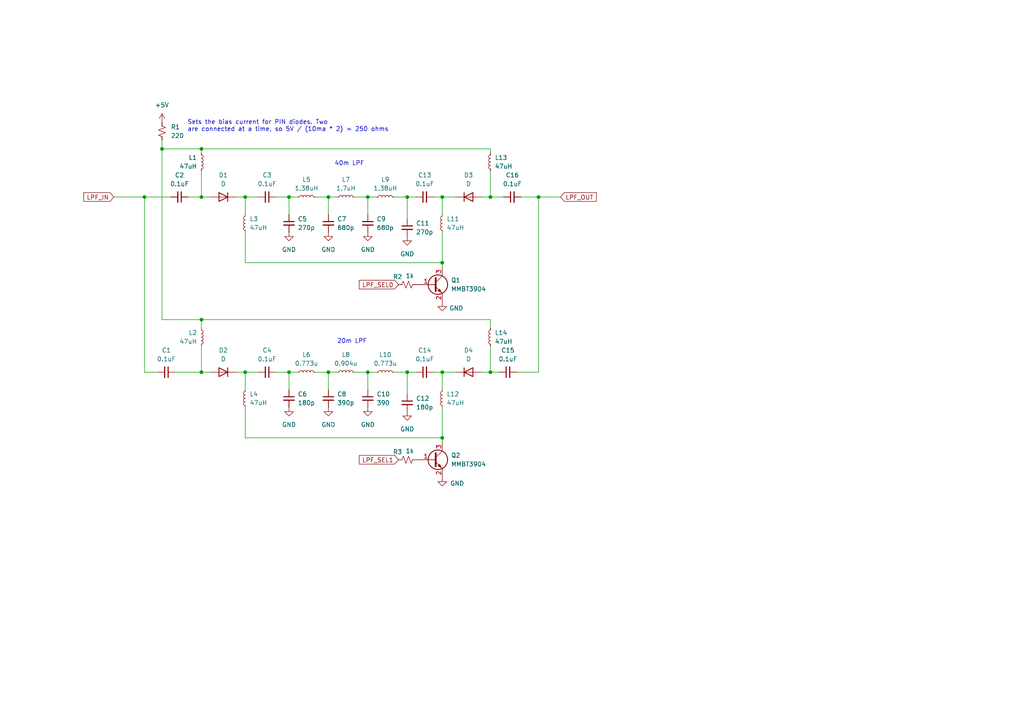
<source format=kicad_sch>
(kicad_sch (version 20231120) (generator "eeschema") (generator_version "8.0")
  (paper "A4")
  (lib_symbols
    (symbol "Device:C_Small" (pin_numbers hide) (pin_names (offset 0.254) hide)
      (property "Reference" "C" (at 0.254 1.778 0))
      (property "Value" "C_Small" (at 0.254 -2.032 0))
      (symbol "C_Small_0_1"
        (polyline (pts (xy -1.524 -0.508) (xy 1.524 -0.508)) (stroke (width 0.3302)))
        (polyline (pts (xy -1.524 0.508) (xy 1.524 0.508)) (stroke (width 0.3048)))
      )
      (symbol "C_Small_1_1"
        (pin passive line (at 0 2.54 270) (length 2.032) (name "~") (number "1"))
        (pin passive line (at 0 -2.54 90) (length 2.032) (name "~") (number "2"))
      )
    )
    (symbol "Device:D" (pin_numbers hide) (pin_names (offset 1.016) hide)
      (property "Reference" "D" (at 0 2.54 0))
      (property "Value" "D" (at 0 -2.54 0))
      (symbol "D_0_1"
        (polyline (pts (xy -1.27 1.27) (xy -1.27 -1.27)) (stroke (width 0.254)))
        (polyline (pts (xy 1.27 0) (xy -1.27 0)))
        (polyline (pts (xy 1.27 1.27) (xy 1.27 -1.27) (xy -1.27 0) (xy 1.27 1.27)) (stroke (width 0.254)))
      )
      (symbol "D_1_1"
        (pin passive line (at -3.81 0 0) (length 2.54) (name "K") (number "1"))
        (pin passive line (at 3.81 0 180) (length 2.54) (name "A") (number "2"))
      )
    )
    (symbol "Device:L_Small" (pin_numbers hide) (pin_names (offset 0.254) hide)
      (property "Reference" "L" (at 0.762 1.016 0))
      (property "Value" "L_Small" (at 0.762 -1.016 0))
      (symbol "L_Small_0_1"
        (arc (start 0 -2.032) (mid 0.5058 -1.524) (end 0 -1.016))
        (arc (start 0 -1.016) (mid 0.5058 -0.508) (end 0 0))
        (arc (start 0 0) (mid 0.5058 0.508) (end 0 1.016))
        (arc (start 0 1.016) (mid 0.5058 1.524) (end 0 2.032))
      )
      (symbol "L_Small_1_1"
        (pin passive line (at 0 2.54 270) (length 0.508) (name "~") (number "1"))
        (pin passive line (at 0 -2.54 90) (length 0.508) (name "~") (number "2"))
      )
    )
    (symbol "Device:R_Small_US" (pin_numbers hide) (pin_names (offset 0.254) hide)
      (property "Reference" "R" (at 0.762 0.508 0))
      (property "Value" "R_Small_US" (at 0.762 -1.016 0))
      (symbol "R_Small_US_1_1"
        (polyline (pts (xy 0 0) (xy 1.016 -0.381) (xy 0 -0.762) (xy -1.016 -1.143) (xy 0 -1.524)))
        (polyline (pts (xy 0 1.524) (xy 1.016 1.143) (xy 0 0.762) (xy -1.016 0.381) (xy 0 0)))
        (pin passive line (at 0 2.54 270) (length 1.016) (name "~") (number "1"))
        (pin passive line (at 0 -2.54 90) (length 1.016) (name "~") (number "2"))
      )
    )
    (symbol "Transistor_BJT:MMBT3904" (pin_names (offset 0) hide)
      (property "Reference" "Q" (at 5.08 1.905 0))
      (property "Value" "MMBT3904" (at 5.08 0 0))
      (symbol "MMBT3904_0_1"
        (polyline (pts (xy 0.635 0.635) (xy 2.54 2.54)))
        (polyline (pts (xy 0.635 -0.635) (xy 2.54 -2.54) (xy 2.54 -2.54)))
        (polyline (pts (xy 0.635 1.905) (xy 0.635 -1.905) (xy 0.635 -1.905)) (stroke (width 0.508)))
        (polyline (pts (xy 1.27 -1.778) (xy 1.778 -1.27) (xy 2.286 -2.286) (xy 1.27 -1.778) (xy 1.27 -1.778)) (fill (type outline)))
        (circle (center 1.27 0) (radius 2.8194) (stroke (width 0.254)))
      )
      (symbol "MMBT3904_1_1"
        (pin input line (at -5.08 0 0) (length 5.715) (name "B") (number "1"))
        (pin passive line (at 2.54 -5.08 90) (length 2.54) (name "E") (number "2"))
        (pin passive line (at 2.54 5.08 270) (length 2.54) (name "C") (number "3"))
      )
    )
    (symbol "power:+5V" (power) (pin_numbers hide) (pin_names (offset 0) hide)
      (property "Value" "+5V" (at 0 3.556 0))
      (symbol "+5V_0_1"
        (polyline (pts (xy -0.762 1.27) (xy 0 2.54)))
        (polyline (pts (xy 0 0) (xy 0 2.54)))
        (polyline (pts (xy 0 2.54) (xy 0.762 1.27)))
      )
      (symbol "+5V_1_1"
        (pin power_in line (at 0 0 90) (length 0) (name "~") (number "1"))
      )
    )
    (symbol "power:GND" (power) (pin_numbers hide) (pin_names (offset 0) hide)
      (property "Value" "GND" (at 0 -3.81 0))
      (symbol "GND_0_1"
        (polyline (pts (xy 0 0) (xy 0 -1.27) (xy 1.27 -1.27) (xy 0 -2.54) (xy -1.27 -1.27) (xy 0 -1.27)))
      )
      (symbol "GND_1_1"
        (pin power_in line (at 0 0 270) (length 0) (name "~") (number "1"))
      )
    )
  )
  (junction (at 83.82 107.95))
  (junction (at 128.27 107.95))
  (junction (at 71.12 57.15))
  (junction (at 128.27 57.15))
  (junction (at 95.25 57.15))
  (junction (at 118.11 107.95))
  (junction (at 156.21 57.15))
  (junction (at 58.42 43.18))
  (junction (at 142.24 57.15))
  (junction (at 106.68 57.15))
  (junction (at 58.42 57.15))
  (junction (at 83.82 57.15))
  (junction (at 142.24 107.95))
  (junction (at 71.12 107.95))
  (junction (at 58.42 92.71))
  (junction (at 128.27 76.2))
  (junction (at 58.42 107.95))
  (junction (at 118.11 57.15))
  (junction (at 46.99 43.18))
  (junction (at 128.27 127))
  (junction (at 41.91 57.15))
  (junction (at 95.25 107.95))
  (junction (at 106.68 107.95))
  (wire (pts (xy 71.12 57.15) (xy 71.12 62.23)))
  (wire (pts (xy 71.12 107.95) (xy 74.93 107.95)))
  (wire (pts (xy 80.01 57.15) (xy 83.82 57.15)))
  (wire (pts (xy 128.27 118.11) (xy 128.27 127)))
  (wire (pts (xy 151.13 57.15) (xy 156.21 57.15)))
  (wire (pts (xy 149.86 107.95) (xy 156.21 107.95)))
  (wire (pts (xy 142.24 92.71) (xy 142.24 95.25)))
  (wire (pts (xy 41.91 57.15) (xy 49.53 57.15)))
  (wire (pts (xy 139.7 57.15) (xy 142.24 57.15)))
  (wire (pts (xy 58.42 49.53) (xy 58.42 57.15)))
  (wire (pts (xy 139.7 107.95) (xy 142.24 107.95)))
  (wire (pts (xy 71.12 118.11) (xy 71.12 127)))
  (wire (pts (xy 91.44 57.15) (xy 95.25 57.15)))
  (wire (pts (xy 156.21 57.15) (xy 162.56 57.15)))
  (wire (pts (xy 71.12 67.31) (xy 71.12 76.2)))
  (wire (pts (xy 71.12 127) (xy 128.27 127)))
  (wire (pts (xy 128.27 76.2) (xy 128.27 77.47)))
  (wire (pts (xy 58.42 100.33) (xy 58.42 107.95)))
  (wire (pts (xy 83.82 57.15) (xy 86.36 57.15)))
  (wire (pts (xy 114.3 57.15) (xy 118.11 57.15)))
  (wire (pts (xy 68.58 57.15) (xy 71.12 57.15)))
  (wire (pts (xy 58.42 92.71) (xy 142.24 92.71)))
  (wire (pts (xy 46.99 43.18) (xy 46.99 92.71)))
  (wire (pts (xy 142.24 49.53) (xy 142.24 57.15)))
  (wire (pts (xy 58.42 92.71) (xy 46.99 92.71)))
  (wire (pts (xy 50.8 107.95) (xy 58.42 107.95)))
  (wire (pts (xy 102.87 57.15) (xy 106.68 57.15)))
  (wire (pts (xy 33.02 57.15) (xy 41.91 57.15)))
  (wire (pts (xy 128.27 57.15) (xy 128.27 62.23)))
  (wire (pts (xy 102.87 107.95) (xy 106.68 107.95)))
  (wire (pts (xy 106.68 57.15) (xy 106.68 62.23)))
  (wire (pts (xy 54.61 57.15) (xy 58.42 57.15)))
  (wire (pts (xy 71.12 107.95) (xy 71.12 113.03)))
  (wire (pts (xy 60.96 57.15) (xy 58.42 57.15)))
  (wire (pts (xy 83.82 107.95) (xy 86.36 107.95)))
  (wire (pts (xy 95.25 107.95) (xy 95.25 113.03)))
  (wire (pts (xy 128.27 127) (xy 128.27 128.27)))
  (wire (pts (xy 68.58 107.95) (xy 71.12 107.95)))
  (wire (pts (xy 46.99 40.64) (xy 46.99 43.18)))
  (wire (pts (xy 142.24 57.15) (xy 146.05 57.15)))
  (wire (pts (xy 71.12 57.15) (xy 74.93 57.15)))
  (wire (pts (xy 144.78 107.95) (xy 142.24 107.95)))
  (wire (pts (xy 106.68 107.95) (xy 106.68 113.03)))
  (wire (pts (xy 125.73 57.15) (xy 128.27 57.15)))
  (wire (pts (xy 128.27 57.15) (xy 132.08 57.15)))
  (wire (pts (xy 91.44 107.95) (xy 95.25 107.95)))
  (wire (pts (xy 95.25 57.15) (xy 95.25 62.23)))
  (wire (pts (xy 128.27 107.95) (xy 128.27 113.03)))
  (wire (pts (xy 58.42 43.18) (xy 58.42 44.45)))
  (wire (pts (xy 114.3 107.95) (xy 118.11 107.95)))
  (wire (pts (xy 106.68 57.15) (xy 109.22 57.15)))
  (wire (pts (xy 95.25 57.15) (xy 97.79 57.15)))
  (wire (pts (xy 118.11 57.15) (xy 120.65 57.15)))
  (wire (pts (xy 80.01 107.95) (xy 83.82 107.95)))
  (wire (pts (xy 142.24 100.33) (xy 142.24 107.95)))
  (wire (pts (xy 45.72 107.95) (xy 41.91 107.95)))
  (wire (pts (xy 128.27 107.95) (xy 132.08 107.95)))
  (wire (pts (xy 118.11 57.15) (xy 118.11 63.5)))
  (wire (pts (xy 60.96 107.95) (xy 58.42 107.95)))
  (wire (pts (xy 83.82 107.95) (xy 83.82 113.03)))
  (wire (pts (xy 41.91 57.15) (xy 41.91 107.95)))
  (wire (pts (xy 95.25 107.95) (xy 97.79 107.95)))
  (wire (pts (xy 58.42 95.25) (xy 58.42 92.71)))
  (wire (pts (xy 118.11 107.95) (xy 120.65 107.95)))
  (wire (pts (xy 118.11 107.95) (xy 118.11 114.3)))
  (wire (pts (xy 71.12 76.2) (xy 128.27 76.2)))
  (wire (pts (xy 128.27 67.31) (xy 128.27 76.2)))
  (wire (pts (xy 106.68 107.95) (xy 109.22 107.95)))
  (wire (pts (xy 125.73 107.95) (xy 128.27 107.95)))
  (wire (pts (xy 142.24 43.18) (xy 142.24 44.45)))
  (wire (pts (xy 58.42 43.18) (xy 142.24 43.18)))
  (wire (pts (xy 156.21 57.15) (xy 156.21 107.95)))
  (wire (pts (xy 46.99 43.18) (xy 58.42 43.18)))
  (wire (pts (xy 83.82 57.15) (xy 83.82 62.23)))
  (text "40m LPF" (at 101.346 47.498 0) (effects (font (size 1.27 1.27))))
  (text "Sets the bias current for PIN diodes. Two\nare connected at a time, so 5V / (10ma * 2) = 250 ohms" (at 54.356 36.576 0) (effects (font (size 1.27 1.27)) (justify left)))
  (text "20m LPF" (at 102.108 99.06 0) (effects (font (size 1.27 1.27))))
  (global_label "LPF_SEL1" (shape input) (at 115.57 133.35 180) (property "Intersheetrefs" "${INTERSHEET_REFS}" (effects (hide yes))))
  (global_label "LPF_IN" (shape input) (at 33.02 57.15 180) (property "Intersheetrefs" "${INTERSHEET_REFS}" (effects (hide yes))))
  (global_label "LPF_OUT" (shape input) (at 162.56 57.15 0) (property "Intersheetrefs" "${INTERSHEET_REFS}" (effects (hide yes))))
  (global_label "LPF_SEL0" (shape input) (at 115.57 82.55 180) (property "Intersheetrefs" "${INTERSHEET_REFS}" (effects (hide yes))))
  (symbol (lib_id "Device:L_Small") (at 111.76 107.95 90) (unit 1)
    (property "Reference" "L10" (at 111.76 102.87 90))
    (property "Value" "0.773u" (at 111.76 105.41 90))
    (property "Footprint" "bruce-footprints:FT37-43 Unifilar" (effects (hide yes)))
    (property "Description" "Inductor, small symbol" (effects (hide yes)))
  )
  (symbol (lib_id "Device:R_Small_US") (at 118.11 133.35 90) (unit 1)
    (property "Reference" "R3" (at 115.316 131.064 90))
    (property "Value" "1k" (at 118.872 130.81 90))
    (property "Footprint" "Resistor_SMD:R_0805_2012Metric_Pad1.20x1.40mm_HandSolder" (effects (hide yes)))
    (property "Description" "Resistor, small US symbol" (effects (hide yes)))
  )
  (symbol (lib_id "Device:L_Small") (at 88.9 107.95 90) (unit 1)
    (property "Reference" "L6" (at 88.9 102.87 90))
    (property "Value" "0.773u" (at 88.9 105.41 90))
    (property "Footprint" "bruce-footprints:FT37-43 Unifilar" (effects (hide yes)))
    (property "Description" "Inductor, small symbol" (effects (hide yes)))
  )
  (symbol (lib_id "power:GND") (at 106.68 118.11 0) (unit 1)
    (property "Reference" "#PWR07" (effects (hide yes)))
    (property "Value" "GND" (at 106.68 123.19 0))
    (property "Description" "Power symbol creates a global label with name \"GND\" , ground" (effects (hide yes)))
  )
  (symbol (lib_id "Device:C_Small") (at 148.59 57.15 90) (unit 1)
    (property "Reference" "C16" (at 148.5963 50.8 90))
    (property "Value" "0.1uF" (at 148.5963 53.34 90))
    (property "Footprint" "Capacitor_SMD:C_0805_2012Metric_Pad1.18x1.45mm_HandSolder" (effects (hide yes)))
    (property "Description" "Unpolarized capacitor, small symbol" (effects (hide yes)))
  )
  (symbol (lib_id "Device:C_Small") (at 48.26 107.95 270) (mirror x) (unit 1)
    (property "Reference" "C1" (at 48.2537 101.6 90))
    (property "Value" "0.1uF" (at 48.2537 104.14 90))
    (property "Footprint" "Capacitor_SMD:C_0805_2012Metric_Pad1.18x1.45mm_HandSolder" (effects (hide yes)))
    (property "Description" "Unpolarized capacitor, small symbol" (effects (hide yes)))
  )
  (symbol (lib_id "Device:C_Small") (at 123.19 57.15 90) (unit 1)
    (property "Reference" "C13" (at 123.1963 50.8 90))
    (property "Value" "0.1uF" (at 123.1963 53.34 90))
    (property "Footprint" "Capacitor_SMD:C_0805_2012Metric_Pad1.18x1.45mm_HandSolder" (effects (hide yes)))
    (property "Description" "Unpolarized capacitor, small symbol" (effects (hide yes)))
  )
  (symbol (lib_id "Device:L_Small") (at 128.27 115.57 180) (unit 1)
    (property "Reference" "L12" (at 129.54 114.2999 0) (effects (justify right)))
    (property "Value" "47uH" (at 129.54 116.8399 0) (effects (justify right)))
    (property "Footprint" "Inductor_SMD:L_0805_2012Metric_Pad1.15x1.40mm_HandSolder" (effects (hide yes)))
    (property "Description" "Inductor, small symbol" (effects (hide yes)))
  )
  (symbol (lib_id "Device:C_Small") (at 83.82 64.77 0) (unit 1)
    (property "Reference" "C5" (at 86.36 63.5062 0) (effects (justify left)))
    (property "Value" "270p" (at 86.36 66.0462 0) (effects (justify left)))
    (property "Footprint" "Capacitor_SMD:C_0805_2012Metric_Pad1.18x1.45mm_HandSolder" (effects (hide yes)))
    (property "Description" "Unpolarized capacitor, small symbol" (effects (hide yes)))
  )
  (symbol (lib_id "Device:C_Small") (at 106.68 64.77 0) (unit 1)
    (property "Reference" "C9" (at 109.22 63.5062 0) (effects (justify left)))
    (property "Value" "680p" (at 109.22 66.0462 0) (effects (justify left)))
    (property "Footprint" "Capacitor_SMD:C_0805_2012Metric_Pad1.18x1.45mm_HandSolder" (effects (hide yes)))
    (property "Description" "Unpolarized capacitor, small symbol" (effects (hide yes)))
  )
  (symbol (lib_id "Device:C_Small") (at 83.82 115.57 0) (unit 1)
    (property "Reference" "C6" (at 86.36 114.3062 0) (effects (justify left)))
    (property "Value" "180p" (at 86.36 116.8462 0) (effects (justify left)))
    (property "Footprint" "Capacitor_SMD:C_0805_2012Metric_Pad1.18x1.45mm_HandSolder" (effects (hide yes)))
    (property "Description" "Unpolarized capacitor, small symbol" (effects (hide yes)))
  )
  (symbol (lib_id "Device:L_Small") (at 111.76 57.15 90) (unit 1)
    (property "Reference" "L9" (at 111.76 52.07 90))
    (property "Value" "1.38uH" (at 111.76 54.61 90))
    (property "Footprint" "bruce-footprints:FT37-43 Unifilar" (effects (hide yes)))
    (property "Description" "Inductor, small symbol" (effects (hide yes)))
  )
  (symbol (lib_id "Device:C_Small") (at 118.11 116.84 0) (unit 1)
    (property "Reference" "C12" (at 120.65 115.5762 0) (effects (justify left)))
    (property "Value" "180p" (at 120.65 118.1162 0) (effects (justify left)))
    (property "Footprint" "Capacitor_SMD:C_0805_2012Metric_Pad1.18x1.45mm_HandSolder" (effects (hide yes)))
    (property "Description" "Unpolarized capacitor, small symbol" (effects (hide yes)))
  )
  (symbol (lib_id "power:GND") (at 118.11 68.58 0) (unit 1)
    (property "Reference" "#PWR08" (effects (hide yes)))
    (property "Value" "GND" (at 118.11 73.66 0))
    (property "Description" "Power symbol creates a global label with name \"GND\" , ground" (effects (hide yes)))
  )
  (symbol (lib_id "Device:L_Small") (at 58.42 97.79 0) (mirror x) (unit 1)
    (property "Reference" "L2" (at 57.15 96.5199 0) (effects (justify right)))
    (property "Value" "47uH" (at 57.15 99.0599 0) (effects (justify right)))
    (property "Footprint" "Inductor_SMD:L_0805_2012Metric_Pad1.15x1.40mm_HandSolder" (effects (hide yes)))
    (property "Description" "Inductor, small symbol" (effects (hide yes)))
  )
  (symbol (lib_id "power:GND") (at 95.25 118.11 0) (unit 1)
    (property "Reference" "#PWR05" (effects (hide yes)))
    (property "Value" "GND" (at 95.25 123.19 0))
    (property "Description" "Power symbol creates a global label with name \"GND\" , ground" (effects (hide yes)))
  )
  (symbol (lib_id "Device:C_Small") (at 123.19 107.95 90) (unit 1)
    (property "Reference" "C14" (at 123.1963 101.6 90))
    (property "Value" "0.1uF" (at 123.1963 104.14 90))
    (property "Footprint" "Capacitor_SMD:C_0805_2012Metric_Pad1.18x1.45mm_HandSolder" (effects (hide yes)))
    (property "Description" "Unpolarized capacitor, small symbol" (effects (hide yes)))
  )
  (symbol (lib_id "Transistor_BJT:MMBT3904") (at 125.73 82.55 0) (unit 1)
    (property "Reference" "Q1" (at 130.81 81.2799 0) (effects (justify left)))
    (property "Value" "MMBT3904" (at 130.81 83.8199 0) (effects (justify left)))
    (property "Footprint" "Package_TO_SOT_SMD:SOT-23" (effects (hide yes)))
    (property "Datasheet" "https://www.onsemi.com/pdf/datasheet/pzt3904-d.pdf" (effects (hide yes)))
    (property "Description" "0.2A Ic, 40V Vce, Small Signal NPN Transistor, SOT-23" (effects (hide yes)))
  )
  (symbol (lib_id "Device:L_Small") (at 71.12 64.77 180) (unit 1)
    (property "Reference" "L3" (at 72.39 63.4999 0) (effects (justify right)))
    (property "Value" "47uH" (at 72.39 66.0399 0) (effects (justify right)))
    (property "Footprint" "Inductor_SMD:L_0805_2012Metric_Pad1.15x1.40mm_HandSolder" (effects (hide yes)))
    (property "Description" "Inductor, small symbol" (effects (hide yes)))
  )
  (symbol (lib_id "power:+5V") (at 46.99 35.56 0) (unit 1)
    (property "Reference" "#PWR01" (effects (hide yes)))
    (property "Value" "+5V" (at 46.99 30.48 0))
    (property "Description" "Power symbol creates a global label with name \"+5V\"" (effects (hide yes)))
  )
  (symbol (lib_id "Device:C_Small") (at 77.47 107.95 270) (mirror x) (unit 1)
    (property "Reference" "C4" (at 77.4637 101.6 90))
    (property "Value" "0.1uF" (at 77.4637 104.14 90))
    (property "Footprint" "Capacitor_SMD:C_0805_2012Metric_Pad1.18x1.45mm_HandSolder" (effects (hide yes)))
    (property "Description" "Unpolarized capacitor, small symbol" (effects (hide yes)))
  )
  (symbol (lib_id "Device:L_Small") (at 100.33 107.95 90) (unit 1)
    (property "Reference" "L8" (at 100.33 102.87 90))
    (property "Value" "0.904u" (at 100.33 105.41 90))
    (property "Footprint" "bruce-footprints:FT37-43 Unifilar" (effects (hide yes)))
    (property "Description" "Inductor, small symbol" (effects (hide yes)))
  )
  (symbol (lib_id "Device:D") (at 135.89 57.15 0) (unit 1)
    (property "Reference" "D3" (at 135.89 50.8 0))
    (property "Value" "D" (at 135.89 53.34 0))
    (property "Footprint" "Diode_SMD:D_SOD-523" (effects (hide yes)))
    (property "Description" "Diode" (effects (hide yes)))
    (property "Sim.Device" "D" (effects (hide yes)))
    (property "Sim.Pins" "1=K 2=A" (effects (hide yes)))
  )
  (symbol (lib_id "Device:C_Small") (at 52.07 57.15 270) (mirror x) (unit 1)
    (property "Reference" "C2" (at 52.0637 50.8 90))
    (property "Value" "0.1uF" (at 52.0637 53.34 90))
    (property "Footprint" "Capacitor_SMD:C_0805_2012Metric_Pad1.18x1.45mm_HandSolder" (effects (hide yes)))
    (property "Description" "Unpolarized capacitor, small symbol" (effects (hide yes)))
  )
  (symbol (lib_id "power:GND") (at 118.11 119.38 0) (unit 1)
    (property "Reference" "#PWR09" (effects (hide yes)))
    (property "Value" "GND" (at 118.11 124.46 0))
    (property "Description" "Power symbol creates a global label with name \"GND\" , ground" (effects (hide yes)))
  )
  (symbol (lib_id "Device:L_Small") (at 71.12 115.57 180) (unit 1)
    (property "Reference" "L4" (at 72.39 114.2999 0) (effects (justify right)))
    (property "Value" "47uH" (at 72.39 116.8399 0) (effects (justify right)))
    (property "Footprint" "Inductor_SMD:L_0805_2012Metric_Pad1.15x1.40mm_HandSolder" (effects (hide yes)))
    (property "Description" "Inductor, small symbol" (effects (hide yes)))
  )
  (symbol (lib_id "Device:C_Small") (at 95.25 115.57 0) (unit 1)
    (property "Reference" "C8" (at 97.79 114.3062 0) (effects (justify left)))
    (property "Value" "390p" (at 97.79 116.8462 0) (effects (justify left)))
    (property "Footprint" "Capacitor_SMD:C_0805_2012Metric_Pad1.18x1.45mm_HandSolder" (effects (hide yes)))
    (property "Description" "Unpolarized capacitor, small symbol" (effects (hide yes)))
  )
  (symbol (lib_id "Device:D") (at 135.89 107.95 0) (unit 1)
    (property "Reference" "D4" (at 135.89 101.6 0))
    (property "Value" "D" (at 135.89 104.14 0))
    (property "Footprint" "Diode_SMD:D_SOD-523" (effects (hide yes)))
    (property "Description" "Diode" (effects (hide yes)))
    (property "Sim.Device" "D" (effects (hide yes)))
    (property "Sim.Pins" "1=K 2=A" (effects (hide yes)))
  )
  (symbol (lib_id "Device:L_Small") (at 100.33 57.15 90) (unit 1)
    (property "Reference" "L7" (at 100.33 52.07 90))
    (property "Value" "1.7uH" (at 100.33 54.61 90))
    (property "Footprint" "bruce-footprints:FT37-43 Unifilar" (effects (hide yes)))
    (property "Description" "Inductor, small symbol" (effects (hide yes)))
  )
  (symbol (lib_id "power:GND") (at 128.27 138.43 0) (unit 1)
    (property "Reference" "#PWR011" (effects (hide yes)))
    (property "Value" "GND" (at 132.588 140.208 0))
    (property "Description" "Power symbol creates a global label with name \"GND\" , ground" (effects (hide yes)))
  )
  (symbol (lib_id "power:GND") (at 128.27 87.63 0) (unit 1)
    (property "Reference" "#PWR010" (effects (hide yes)))
    (property "Value" "GND" (at 132.334 89.408 0))
    (property "Description" "Power symbol creates a global label with name \"GND\" , ground" (effects (hide yes)))
  )
  (symbol (lib_id "Device:R_Small_US") (at 118.11 82.55 90) (unit 1)
    (property "Reference" "R2" (at 115.316 80.264 90))
    (property "Value" "1k" (at 118.872 80.01 90))
    (property "Footprint" "Resistor_SMD:R_0805_2012Metric_Pad1.20x1.40mm_HandSolder" (effects (hide yes)))
    (property "Description" "Resistor, small US symbol" (effects (hide yes)))
  )
  (symbol (lib_id "power:GND") (at 83.82 67.31 0) (unit 1)
    (property "Reference" "#PWR02" (effects (hide yes)))
    (property "Value" "GND" (at 83.82 72.39 0))
    (property "Description" "Power symbol creates a global label with name \"GND\" , ground" (effects (hide yes)))
  )
  (symbol (lib_id "Device:C_Small") (at 106.68 115.57 0) (unit 1)
    (property "Reference" "C10" (at 109.22 114.3062 0) (effects (justify left)))
    (property "Value" "390" (at 109.22 116.8462 0) (effects (justify left)))
    (property "Footprint" "Capacitor_SMD:C_0805_2012Metric_Pad1.18x1.45mm_HandSolder" (effects (hide yes)))
    (property "Description" "Unpolarized capacitor, small symbol" (effects (hide yes)))
  )
  (symbol (lib_id "power:GND") (at 83.82 118.11 0) (unit 1)
    (property "Reference" "#PWR03" (effects (hide yes)))
    (property "Value" "GND" (at 83.82 123.19 0))
    (property "Description" "Power symbol creates a global label with name \"GND\" , ground" (effects (hide yes)))
  )
  (symbol (lib_id "Device:L_Small") (at 142.24 97.79 180) (unit 1)
    (property "Reference" "L14" (at 143.51 96.5199 0) (effects (justify right)))
    (property "Value" "47uH" (at 143.51 99.0599 0) (effects (justify right)))
    (property "Footprint" "Inductor_SMD:L_0805_2012Metric_Pad1.15x1.40mm_HandSolder" (effects (hide yes)))
    (property "Description" "Inductor, small symbol" (effects (hide yes)))
  )
  (symbol (lib_id "power:GND") (at 106.68 67.31 0) (unit 1)
    (property "Reference" "#PWR06" (effects (hide yes)))
    (property "Value" "GND" (at 106.68 72.39 0))
    (property "Description" "Power symbol creates a global label with name \"GND\" , ground" (effects (hide yes)))
  )
  (symbol (lib_id "power:GND") (at 95.25 67.31 0) (unit 1)
    (property "Reference" "#PWR04" (effects (hide yes)))
    (property "Value" "GND" (at 95.25 72.39 0))
    (property "Description" "Power symbol creates a global label with name \"GND\" , ground" (effects (hide yes)))
  )
  (symbol (lib_id "Device:L_Small") (at 88.9 57.15 90) (unit 1)
    (property "Reference" "L5" (at 88.9 52.07 90))
    (property "Value" "1.38uH" (at 88.9 54.61 90))
    (property "Footprint" "bruce-footprints:FT37-43 Unifilar" (effects (hide yes)))
    (property "Description" "Inductor, small symbol" (effects (hide yes)))
  )
  (symbol (lib_id "Device:L_Small") (at 58.42 46.99 0) (mirror x) (unit 1)
    (property "Reference" "L1" (at 57.15 45.7199 0) (effects (justify right)))
    (property "Value" "47uH" (at 57.15 48.2599 0) (effects (justify right)))
    (property "Footprint" "Inductor_SMD:L_0805_2012Metric_Pad1.15x1.40mm_HandSolder" (effects (hide yes)))
    (property "Description" "Inductor, small symbol" (effects (hide yes)))
  )
  (symbol (lib_id "Device:C_Small") (at 118.11 66.04 0) (unit 1)
    (property "Reference" "C11" (at 120.65 64.7762 0) (effects (justify left)))
    (property "Value" "270p" (at 120.65 67.3162 0) (effects (justify left)))
    (property "Footprint" "Capacitor_SMD:C_0805_2012Metric_Pad1.18x1.45mm_HandSolder" (effects (hide yes)))
    (property "Description" "Unpolarized capacitor, small symbol" (effects (hide yes)))
  )
  (symbol (lib_id "Device:C_Small") (at 147.32 107.95 90) (unit 1)
    (property "Reference" "C15" (at 147.3263 101.6 90))
    (property "Value" "0.1uF" (at 147.3263 104.14 90))
    (property "Footprint" "Capacitor_SMD:C_0805_2012Metric_Pad1.18x1.45mm_HandSolder" (effects (hide yes)))
    (property "Description" "Unpolarized capacitor, small symbol" (effects (hide yes)))
  )
  (symbol (lib_id "Device:L_Small") (at 128.27 64.77 180) (unit 1)
    (property "Reference" "L11" (at 129.54 63.4999 0) (effects (justify right)))
    (property "Value" "47uH" (at 129.54 66.0399 0) (effects (justify right)))
    (property "Footprint" "Inductor_SMD:L_0805_2012Metric_Pad1.15x1.40mm_HandSolder" (effects (hide yes)))
    (property "Description" "Inductor, small symbol" (effects (hide yes)))
  )
  (symbol (lib_id "Device:R_Small_US") (at 46.99 38.1 0) (unit 1)
    (property "Reference" "R1" (at 49.53 36.8299 0) (effects (justify left)))
    (property "Value" "220" (at 49.53 39.3699 0) (effects (justify left)))
    (property "Footprint" "Resistor_SMD:R_0805_2012Metric_Pad1.20x1.40mm_HandSolder" (effects (hide yes)))
    (property "Description" "Resistor, small US symbol" (effects (hide yes)))
  )
  (symbol (lib_id "Device:L_Small") (at 142.24 46.99 180) (unit 1)
    (property "Reference" "L13" (at 143.51 45.7199 0) (effects (justify right)))
    (property "Value" "47uH" (at 143.51 48.2599 0) (effects (justify right)))
    (property "Footprint" "Inductor_SMD:L_0805_2012Metric_Pad1.15x1.40mm_HandSolder" (effects (hide yes)))
    (property "Description" "Inductor, small symbol" (effects (hide yes)))
  )
  (symbol (lib_id "Device:D") (at 64.77 107.95 0) (mirror y) (unit 1)
    (property "Reference" "D2" (at 64.77 101.6 0))
    (property "Value" "D" (at 64.77 104.14 0))
    (property "Footprint" "Diode_SMD:D_SOD-523" (effects (hide yes)))
    (property "Description" "Diode" (effects (hide yes)))
    (property "Sim.Device" "D" (effects (hide yes)))
    (property "Sim.Pins" "1=K 2=A" (effects (hide yes)))
  )
  (symbol (lib_id "Device:D") (at 64.77 57.15 0) (mirror y) (unit 1)
    (property "Reference" "D1" (at 64.77 50.8 0))
    (property "Value" "D" (at 64.77 53.34 0))
    (property "Footprint" "Diode_SMD:D_SOD-523" (effects (hide yes)))
    (property "Description" "Diode" (effects (hide yes)))
    (property "Sim.Device" "D" (effects (hide yes)))
    (property "Sim.Pins" "1=K 2=A" (effects (hide yes)))
  )
  (symbol (lib_id "Transistor_BJT:MMBT3904") (at 125.73 133.35 0) (unit 1)
    (property "Reference" "Q2" (at 130.81 132.0799 0) (effects (justify left)))
    (property "Value" "MMBT3904" (at 130.81 134.6199 0) (effects (justify left)))
    (property "Footprint" "Package_TO_SOT_SMD:SOT-23" (effects (hide yes)))
    (property "Datasheet" "https://www.onsemi.com/pdf/datasheet/pzt3904-d.pdf" (effects (hide yes)))
    (property "Description" "0.2A Ic, 40V Vce, Small Signal NPN Transistor, SOT-23" (effects (hide yes)))
  )
  (symbol (lib_id "Device:C_Small") (at 95.25 64.77 0) (unit 1)
    (property "Reference" "C7" (at 97.79 63.5062 0) (effects (justify left)))
    (property "Value" "680p" (at 97.79 66.0462 0) (effects (justify left)))
    (property "Footprint" "Capacitor_SMD:C_0805_2012Metric_Pad1.18x1.45mm_HandSolder" (effects (hide yes)))
    (property "Description" "Unpolarized capacitor, small symbol" (effects (hide yes)))
  )
  (symbol (lib_id "Device:C_Small") (at 77.47 57.15 270) (mirror x) (unit 1)
    (property "Reference" "C3" (at 77.4637 50.8 90))
    (property "Value" "0.1uF" (at 77.4637 53.34 90))
    (property "Footprint" "Capacitor_SMD:C_0805_2012Metric_Pad1.18x1.45mm_HandSolder" (effects (hide yes)))
    (property "Description" "Unpolarized capacitor, small symbol" (effects (hide yes)))
  )
)
</source>
